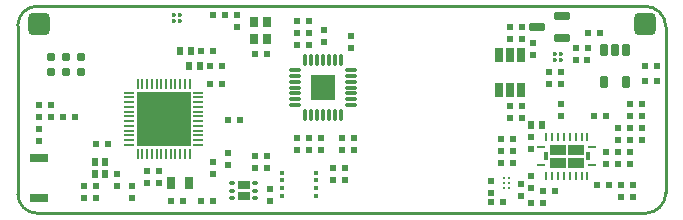
<source format=gtp>
G04*
G04 #@! TF.GenerationSoftware,Altium Limited,Altium Designer,20.2.6 (244)*
G04*
G04 Layer_Color=8421504*
%FSLAX25Y25*%
%MOIN*%
G70*
G04*
G04 #@! TF.SameCoordinates,535AE1F0-9979-4E68-9054-F600688F37C9*
G04*
G04*
G04 #@! TF.FilePolarity,Positive*
G04*
G01*
G75*
%ADD10C,0.01000*%
%ADD20R,0.01169X0.03071*%
%ADD21R,0.05228X0.03610*%
%ADD22R,0.02362X0.02362*%
%ADD23R,0.02362X0.02362*%
%ADD24R,0.01968X0.02362*%
%ADD25R,0.02362X0.01968*%
G04:AMPARAMS|DCode=26|XSize=9.45mil|YSize=23.62mil|CornerRadius=1.98mil|HoleSize=0mil|Usage=FLASHONLY|Rotation=180.000|XOffset=0mil|YOffset=0mil|HoleType=Round|Shape=RoundedRectangle|*
%AMROUNDEDRECTD26*
21,1,0.00945,0.01965,0,0,180.0*
21,1,0.00548,0.02362,0,0,180.0*
1,1,0.00397,-0.00274,0.00983*
1,1,0.00397,0.00274,0.00983*
1,1,0.00397,0.00274,-0.00983*
1,1,0.00397,-0.00274,-0.00983*
%
%ADD26ROUNDEDRECTD26*%
G04:AMPARAMS|DCode=27|XSize=9.45mil|YSize=23.62mil|CornerRadius=1.98mil|HoleSize=0mil|Usage=FLASHONLY|Rotation=90.000|XOffset=0mil|YOffset=0mil|HoleType=Round|Shape=RoundedRectangle|*
%AMROUNDEDRECTD27*
21,1,0.00945,0.01965,0,0,90.0*
21,1,0.00548,0.02362,0,0,90.0*
1,1,0.00397,0.00983,0.00274*
1,1,0.00397,0.00983,-0.00274*
1,1,0.00397,-0.00983,-0.00274*
1,1,0.00397,-0.00983,0.00274*
%
%ADD27ROUNDEDRECTD27*%
%ADD28R,0.01968X0.02756*%
%ADD29C,0.00906*%
%ADD30R,0.18110X0.18110*%
%ADD31O,0.00787X0.03740*%
%ADD32O,0.03740X0.00787*%
G04:AMPARAMS|DCode=33|XSize=75mil|YSize=75mil|CornerRadius=18.75mil|HoleSize=0mil|Usage=FLASHONLY|Rotation=0.000|XOffset=0mil|YOffset=0mil|HoleType=Round|Shape=RoundedRectangle|*
%AMROUNDEDRECTD33*
21,1,0.07500,0.03750,0,0,0.0*
21,1,0.03750,0.07500,0,0,0.0*
1,1,0.03750,0.01875,-0.01875*
1,1,0.03750,-0.01875,-0.01875*
1,1,0.03750,-0.01875,0.01875*
1,1,0.03750,0.01875,0.01875*
%
%ADD33ROUNDEDRECTD33*%
G04:AMPARAMS|DCode=34|XSize=38.98mil|YSize=10.63mil|CornerRadius=1.33mil|HoleSize=0mil|Usage=FLASHONLY|Rotation=180.000|XOffset=0mil|YOffset=0mil|HoleType=Round|Shape=RoundedRectangle|*
%AMROUNDEDRECTD34*
21,1,0.03898,0.00797,0,0,180.0*
21,1,0.03632,0.01063,0,0,180.0*
1,1,0.00266,-0.01816,0.00399*
1,1,0.00266,0.01816,0.00399*
1,1,0.00266,0.01816,-0.00399*
1,1,0.00266,-0.01816,-0.00399*
%
%ADD34ROUNDEDRECTD34*%
G04:AMPARAMS|DCode=35|XSize=38.98mil|YSize=10.63mil|CornerRadius=1.33mil|HoleSize=0mil|Usage=FLASHONLY|Rotation=270.000|XOffset=0mil|YOffset=0mil|HoleType=Round|Shape=RoundedRectangle|*
%AMROUNDEDRECTD35*
21,1,0.03898,0.00797,0,0,270.0*
21,1,0.03632,0.01063,0,0,270.0*
1,1,0.00266,-0.00399,-0.01816*
1,1,0.00266,-0.00399,0.01816*
1,1,0.00266,0.00399,0.01816*
1,1,0.00266,0.00399,-0.01816*
%
%ADD35ROUNDEDRECTD35*%
%ADD36R,0.03150X0.03543*%
G04:AMPARAMS|DCode=37|XSize=25.59mil|YSize=47.24mil|CornerRadius=1.92mil|HoleSize=0mil|Usage=FLASHONLY|Rotation=180.000|XOffset=0mil|YOffset=0mil|HoleType=Round|Shape=RoundedRectangle|*
%AMROUNDEDRECTD37*
21,1,0.02559,0.04341,0,0,180.0*
21,1,0.02175,0.04724,0,0,180.0*
1,1,0.00384,-0.01088,0.02170*
1,1,0.00384,0.01088,0.02170*
1,1,0.00384,0.01088,-0.02170*
1,1,0.00384,-0.01088,-0.02170*
%
%ADD37ROUNDEDRECTD37*%
%ADD38R,0.01772X0.01181*%
G04:AMPARAMS|DCode=39|XSize=17.72mil|YSize=11.81mil|CornerRadius=1.95mil|HoleSize=0mil|Usage=FLASHONLY|Rotation=0.000|XOffset=0mil|YOffset=0mil|HoleType=Round|Shape=RoundedRectangle|*
%AMROUNDEDRECTD39*
21,1,0.01772,0.00791,0,0,0.0*
21,1,0.01382,0.01181,0,0,0.0*
1,1,0.00390,0.00691,-0.00396*
1,1,0.00390,-0.00691,-0.00396*
1,1,0.00390,-0.00691,0.00396*
1,1,0.00390,0.00691,0.00396*
%
%ADD39ROUNDEDRECTD39*%
%ADD40C,0.01417*%
%ADD41C,0.03098*%
G04:AMPARAMS|DCode=42|XSize=23.62mil|YSize=39.37mil|CornerRadius=2.01mil|HoleSize=0mil|Usage=FLASHONLY|Rotation=0.000|XOffset=0mil|YOffset=0mil|HoleType=Round|Shape=RoundedRectangle|*
%AMROUNDEDRECTD42*
21,1,0.02362,0.03535,0,0,0.0*
21,1,0.01961,0.03937,0,0,0.0*
1,1,0.00402,0.00980,-0.01768*
1,1,0.00402,-0.00980,-0.01768*
1,1,0.00402,-0.00980,0.01768*
1,1,0.00402,0.00980,0.01768*
%
%ADD42ROUNDEDRECTD42*%
G04:AMPARAMS|DCode=43|XSize=51.18mil|YSize=23.62mil|CornerRadius=2.01mil|HoleSize=0mil|Usage=FLASHONLY|Rotation=180.000|XOffset=0mil|YOffset=0mil|HoleType=Round|Shape=RoundedRectangle|*
%AMROUNDEDRECTD43*
21,1,0.05118,0.01961,0,0,180.0*
21,1,0.04717,0.02362,0,0,180.0*
1,1,0.00402,-0.02358,0.00980*
1,1,0.00402,0.02358,0.00980*
1,1,0.00402,0.02358,-0.00980*
1,1,0.00402,-0.02358,-0.00980*
%
%ADD43ROUNDEDRECTD43*%
%ADD44R,0.05906X0.02913*%
%ADD45R,0.02500X0.04000*%
%ADD46R,0.02362X0.02756*%
G36*
X73370Y6968D02*
Y7008D01*
X73400Y7080D01*
X73455Y7135D01*
X73528Y7165D01*
X73567D01*
D01*
X77110D01*
X77149D01*
X77222Y7135D01*
X77277Y7080D01*
X77307Y7008D01*
Y6968D01*
D01*
Y4606D01*
Y4567D01*
X77277Y4495D01*
X77222Y4439D01*
X77149Y4409D01*
X77110D01*
D01*
X73567D01*
X73528D01*
X73455Y4439D01*
X73400Y4495D01*
X73370Y4567D01*
Y4606D01*
D01*
Y6968D01*
D02*
G37*
G36*
X77110Y10709D02*
X77149D01*
X77222Y10679D01*
X77277Y10623D01*
X77307Y10551D01*
Y10512D01*
Y10512D01*
Y8150D01*
Y8111D01*
X77277Y8038D01*
X77222Y7983D01*
X77149Y7953D01*
X77110D01*
D01*
X73567D01*
X73528D01*
X73455Y7983D01*
X73400Y8038D01*
X73370Y8111D01*
Y8150D01*
D01*
Y10512D01*
Y10551D01*
X73400Y10623D01*
X73455Y10679D01*
X73528Y10709D01*
X73567D01*
D01*
X77110D01*
D02*
G37*
G36*
X97654Y45961D02*
X105764D01*
Y37850D01*
X97654D01*
Y45961D01*
D02*
G37*
D10*
X215996Y62174D02*
G03*
X209000Y69000I-6828J0D01*
G01*
X209172Y0D02*
G03*
X216000Y6828I0J6828D01*
G01*
X6449Y69000D02*
G03*
X0Y62550I0J-6449D01*
G01*
Y6449D02*
G03*
X6449Y0I6449J0D01*
G01*
X216000Y6828D02*
Y62174D01*
X6449Y0D02*
X209172D01*
X6449Y69000D02*
X209000D01*
X0Y6449D02*
Y62550D01*
D20*
X176010Y18965D02*
D03*
X189998D02*
D03*
D21*
X186012Y16766D02*
D03*
Y21164D02*
D03*
X179996D02*
D03*
Y16766D02*
D03*
D22*
X181114Y36469D02*
D03*
Y32532D02*
D03*
X196114Y16532D02*
D03*
Y20469D02*
D03*
X204114Y16532D02*
D03*
Y20469D02*
D03*
X200114Y16532D02*
D03*
Y20469D02*
D03*
Y28406D02*
D03*
Y24469D02*
D03*
X201114Y5532D02*
D03*
Y9469D02*
D03*
X205114Y5469D02*
D03*
Y9406D02*
D03*
X38000Y9000D02*
D03*
Y5063D02*
D03*
X97000Y25000D02*
D03*
Y21063D02*
D03*
X93000Y24969D02*
D03*
Y21032D02*
D03*
X102000Y60937D02*
D03*
Y57000D02*
D03*
X111000Y58937D02*
D03*
Y55000D02*
D03*
X7000Y27968D02*
D03*
Y24032D02*
D03*
Y35937D02*
D03*
Y32000D02*
D03*
X11000D02*
D03*
Y35937D02*
D03*
X108000Y21000D02*
D03*
Y24937D02*
D03*
X112000Y21000D02*
D03*
Y24937D02*
D03*
X73000Y62032D02*
D03*
Y65969D02*
D03*
X101000Y21063D02*
D03*
Y25000D02*
D03*
X43000Y13969D02*
D03*
Y10031D02*
D03*
X47000D02*
D03*
Y13969D02*
D03*
X65000Y13032D02*
D03*
Y16969D02*
D03*
X70000Y20000D02*
D03*
Y16063D02*
D03*
X33000Y9063D02*
D03*
Y13000D02*
D03*
D23*
X15000Y32000D02*
D03*
X18937D02*
D03*
X181000Y43000D02*
D03*
X177063D02*
D03*
X204114Y32469D02*
D03*
X208051D02*
D03*
X204114Y28469D02*
D03*
X208051D02*
D03*
X204114Y24469D02*
D03*
X208051D02*
D03*
X192177Y32469D02*
D03*
X196114D02*
D03*
X193114Y9469D02*
D03*
X197051D02*
D03*
X168114Y31666D02*
D03*
X164177D02*
D03*
X168114Y35666D02*
D03*
X164177D02*
D03*
X165114Y20666D02*
D03*
X161177D02*
D03*
X165114Y16666D02*
D03*
X161177D02*
D03*
X165114Y24666D02*
D03*
X161177D02*
D03*
X204114Y36469D02*
D03*
X208051D02*
D03*
X93063Y60000D02*
D03*
X97000D02*
D03*
X93063Y56000D02*
D03*
X97000D02*
D03*
X93063Y64000D02*
D03*
X97000D02*
D03*
X177032Y47000D02*
D03*
X180968D02*
D03*
X209000Y49000D02*
D03*
X212937D02*
D03*
X69000Y66000D02*
D03*
X65063D02*
D03*
X186000Y55000D02*
D03*
X189937D02*
D03*
X189874Y51000D02*
D03*
X185937D02*
D03*
X209000Y44000D02*
D03*
X212937D02*
D03*
X82968Y53000D02*
D03*
X79031D02*
D03*
X108937Y15000D02*
D03*
X105000D02*
D03*
Y11000D02*
D03*
X108937D02*
D03*
X64000Y43000D02*
D03*
X67937D02*
D03*
X61000Y4000D02*
D03*
X64937D02*
D03*
X51063D02*
D03*
X55000D02*
D03*
X167937Y58000D02*
D03*
X164000D02*
D03*
Y62000D02*
D03*
X167937D02*
D03*
X25937Y5000D02*
D03*
X22000D02*
D03*
X70000Y31000D02*
D03*
X73937D02*
D03*
X25937Y9000D02*
D03*
X22000D02*
D03*
X29969Y23000D02*
D03*
X26032D02*
D03*
D24*
X193937Y60000D02*
D03*
X190000D02*
D03*
X175114Y3469D02*
D03*
X171177D02*
D03*
X179083Y7469D02*
D03*
X175146D02*
D03*
X157831Y3666D02*
D03*
X161768D02*
D03*
X82937Y15000D02*
D03*
X79000D02*
D03*
X64937Y54000D02*
D03*
X61000D02*
D03*
X79000Y19000D02*
D03*
X82937D02*
D03*
X67968Y49000D02*
D03*
X64031D02*
D03*
D25*
X171807Y56744D02*
D03*
Y52807D02*
D03*
X171114Y12469D02*
D03*
Y8532D02*
D03*
Y25469D02*
D03*
Y21532D02*
D03*
X167768Y5729D02*
D03*
Y9666D02*
D03*
X157768Y6697D02*
D03*
Y10634D02*
D03*
X84000Y4031D02*
D03*
Y7969D02*
D03*
D26*
X189894Y25461D02*
D03*
X187925D02*
D03*
X185957D02*
D03*
X183988D02*
D03*
X182020D02*
D03*
X180051D02*
D03*
X178083D02*
D03*
X176114D02*
D03*
Y12469D02*
D03*
X178083D02*
D03*
X180051D02*
D03*
X182020D02*
D03*
X183988D02*
D03*
X185957D02*
D03*
X187925D02*
D03*
X189894D02*
D03*
D27*
X174540Y21917D02*
D03*
Y16012D02*
D03*
X191469D02*
D03*
Y21917D02*
D03*
D28*
X174854Y29469D02*
D03*
X171114D02*
D03*
X57740Y54000D02*
D03*
X54000D02*
D03*
X60740Y49000D02*
D03*
X57000D02*
D03*
D29*
X162114Y8516D02*
D03*
X163768D02*
D03*
Y10091D02*
D03*
X162114D02*
D03*
X163768Y11666D02*
D03*
X162114D02*
D03*
D30*
X48614Y31512D02*
D03*
D31*
X47827Y43126D02*
D03*
X55701D02*
D03*
Y19898D02*
D03*
X47827D02*
D03*
X39953Y43126D02*
D03*
Y19898D02*
D03*
X57276Y43126D02*
D03*
Y19898D02*
D03*
X49402Y43126D02*
D03*
X50976D02*
D03*
X52551D02*
D03*
X54126D02*
D03*
Y19898D02*
D03*
X52551D02*
D03*
X50976D02*
D03*
X49402D02*
D03*
X41528Y43126D02*
D03*
X43102D02*
D03*
X44677D02*
D03*
X46252D02*
D03*
Y19898D02*
D03*
X44677D02*
D03*
X43102D02*
D03*
X41528D02*
D03*
D32*
X60228Y38598D02*
D03*
Y30724D02*
D03*
Y22850D02*
D03*
X37000Y30724D02*
D03*
Y38598D02*
D03*
Y22850D02*
D03*
X60228Y40173D02*
D03*
Y37024D02*
D03*
Y35449D02*
D03*
Y33874D02*
D03*
Y32299D02*
D03*
Y29150D02*
D03*
Y27575D02*
D03*
Y26000D02*
D03*
Y24425D02*
D03*
X37000Y40173D02*
D03*
Y32299D02*
D03*
Y33874D02*
D03*
Y35449D02*
D03*
Y37024D02*
D03*
Y24425D02*
D03*
Y26000D02*
D03*
Y27575D02*
D03*
Y29150D02*
D03*
D33*
X7000Y63000D02*
D03*
X209000D02*
D03*
D34*
X92417Y36000D02*
D03*
Y37969D02*
D03*
Y39937D02*
D03*
Y41906D02*
D03*
Y43874D02*
D03*
Y45842D02*
D03*
Y47811D02*
D03*
X111000D02*
D03*
Y45842D02*
D03*
Y43874D02*
D03*
Y41906D02*
D03*
Y39937D02*
D03*
Y37969D02*
D03*
Y36000D02*
D03*
D35*
X107614Y32614D02*
D03*
X105646D02*
D03*
X103677D02*
D03*
X101709D02*
D03*
X99740D02*
D03*
X97772D02*
D03*
X95803D02*
D03*
Y51197D02*
D03*
X97772D02*
D03*
X99740D02*
D03*
X101709D02*
D03*
X103677D02*
D03*
X105646D02*
D03*
X107614D02*
D03*
D36*
X78835Y63756D02*
D03*
Y58244D02*
D03*
X83165D02*
D03*
Y63756D02*
D03*
D37*
X160260Y41000D02*
D03*
X164000D02*
D03*
X167740D02*
D03*
Y52614D02*
D03*
X164000D02*
D03*
X160260D02*
D03*
D38*
X99339Y5882D02*
D03*
Y13559D02*
D03*
Y11000D02*
D03*
Y8441D02*
D03*
X88000Y5882D02*
D03*
Y11000D02*
D03*
Y13559D02*
D03*
Y8441D02*
D03*
D39*
X71500Y10118D02*
D03*
Y7559D02*
D03*
Y5000D02*
D03*
X79177D02*
D03*
Y7559D02*
D03*
Y10118D02*
D03*
D40*
X54000Y65969D02*
D03*
Y64000D02*
D03*
X52031Y65969D02*
D03*
Y64000D02*
D03*
X180968Y53000D02*
D03*
Y51032D02*
D03*
X179000Y53000D02*
D03*
Y51032D02*
D03*
D41*
X21000Y52000D02*
D03*
Y47000D02*
D03*
X16000Y52000D02*
D03*
Y47000D02*
D03*
X11000Y52000D02*
D03*
Y47000D02*
D03*
D42*
X202740Y54413D02*
D03*
X199000D02*
D03*
X195260D02*
D03*
Y43587D02*
D03*
X202740D02*
D03*
D43*
X173000Y62000D02*
D03*
X181268Y65740D02*
D03*
Y58260D02*
D03*
D44*
X7000Y5000D02*
D03*
Y18410D02*
D03*
D45*
X57000Y10000D02*
D03*
X51000D02*
D03*
D46*
X29000Y13000D02*
D03*
Y16937D02*
D03*
X25850D02*
D03*
Y13000D02*
D03*
M02*

</source>
